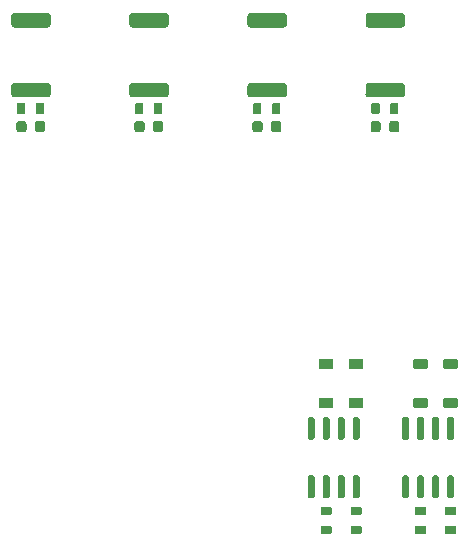
<source format=gbp>
G04 #@! TF.GenerationSoftware,KiCad,Pcbnew,8.0.9-8.0.9-0~ubuntu24.04.1*
G04 #@! TF.CreationDate,2025-06-27T12:52:10+00:00*
G04 #@! TF.ProjectId,EP91Starlet,45503931-5374-4617-926c-65742e6b6963,rev?*
G04 #@! TF.SameCoordinates,Original*
G04 #@! TF.FileFunction,Paste,Bot*
G04 #@! TF.FilePolarity,Positive*
%FSLAX46Y46*%
G04 Gerber Fmt 4.6, Leading zero omitted, Abs format (unit mm)*
G04 Created by KiCad (PCBNEW 8.0.9-8.0.9-0~ubuntu24.04.1) date 2025-06-27 12:52:10*
%MOMM*%
%LPD*%
G01*
G04 APERTURE LIST*
G04 APERTURE END LIST*
G04 #@! TO.C,F2*
G36*
G01*
X64443500Y54693250D02*
X64443500Y54180750D01*
G75*
G02*
X64224750Y53962000I-218750J0D01*
G01*
X63787250Y53962000D01*
G75*
G02*
X63568500Y54180750I0J218750D01*
G01*
X63568500Y54693250D01*
G75*
G02*
X63787250Y54912000I218750J0D01*
G01*
X64224750Y54912000D01*
G75*
G02*
X64443500Y54693250I0J-218750D01*
G01*
G37*
G36*
G01*
X62868500Y54693250D02*
X62868500Y54180750D01*
G75*
G02*
X62649750Y53962000I-218750J0D01*
G01*
X62212250Y53962000D01*
G75*
G02*
X61993500Y54180750I0J218750D01*
G01*
X61993500Y54693250D01*
G75*
G02*
X62212250Y54912000I218750J0D01*
G01*
X62649750Y54912000D01*
G75*
G02*
X62868500Y54693250I0J-218750D01*
G01*
G37*
G04 #@! TD*
G04 #@! TO.C,R13*
G36*
G01*
X72056000Y55571000D02*
X72056000Y56351000D01*
G75*
G02*
X72126000Y56421000I70000J0D01*
G01*
X72686000Y56421000D01*
G75*
G02*
X72756000Y56351000I0J-70000D01*
G01*
X72756000Y55571000D01*
G75*
G02*
X72686000Y55501000I-70000J0D01*
G01*
X72126000Y55501000D01*
G75*
G02*
X72056000Y55571000I0J70000D01*
G01*
G37*
G36*
G01*
X73656000Y55571000D02*
X73656000Y56351000D01*
G75*
G02*
X73726000Y56421000I70000J0D01*
G01*
X74286000Y56421000D01*
G75*
G02*
X74356000Y56351000I0J-70000D01*
G01*
X74356000Y55571000D01*
G75*
G02*
X74286000Y55501000I-70000J0D01*
G01*
X73726000Y55501000D01*
G75*
G02*
X73656000Y55571000I0J70000D01*
G01*
G37*
G04 #@! TD*
G04 #@! TO.C,R14*
G36*
G01*
X82056000Y55571000D02*
X82056000Y56351000D01*
G75*
G02*
X82126000Y56421000I70000J0D01*
G01*
X82686000Y56421000D01*
G75*
G02*
X82756000Y56351000I0J-70000D01*
G01*
X82756000Y55571000D01*
G75*
G02*
X82686000Y55501000I-70000J0D01*
G01*
X82126000Y55501000D01*
G75*
G02*
X82056000Y55571000I0J70000D01*
G01*
G37*
G36*
G01*
X83656000Y55571000D02*
X83656000Y56351000D01*
G75*
G02*
X83726000Y56421000I70000J0D01*
G01*
X84286000Y56421000D01*
G75*
G02*
X84356000Y56351000I0J-70000D01*
G01*
X84356000Y55571000D01*
G75*
G02*
X84286000Y55501000I-70000J0D01*
G01*
X83726000Y55501000D01*
G75*
G02*
X83656000Y55571000I0J70000D01*
G01*
G37*
G04 #@! TD*
G04 #@! TO.C,R9*
G36*
G01*
X52056000Y55571000D02*
X52056000Y56351000D01*
G75*
G02*
X52126000Y56421000I70000J0D01*
G01*
X52686000Y56421000D01*
G75*
G02*
X52756000Y56351000I0J-70000D01*
G01*
X52756000Y55571000D01*
G75*
G02*
X52686000Y55501000I-70000J0D01*
G01*
X52126000Y55501000D01*
G75*
G02*
X52056000Y55571000I0J70000D01*
G01*
G37*
G36*
G01*
X53656000Y55571000D02*
X53656000Y56351000D01*
G75*
G02*
X53726000Y56421000I70000J0D01*
G01*
X54286000Y56421000D01*
G75*
G02*
X54356000Y56351000I0J-70000D01*
G01*
X54356000Y55571000D01*
G75*
G02*
X54286000Y55501000I-70000J0D01*
G01*
X53726000Y55501000D01*
G75*
G02*
X53656000Y55571000I0J70000D01*
G01*
G37*
G04 #@! TD*
G04 #@! TO.C,F3*
G36*
G01*
X74443500Y54693250D02*
X74443500Y54180750D01*
G75*
G02*
X74224750Y53962000I-218750J0D01*
G01*
X73787250Y53962000D01*
G75*
G02*
X73568500Y54180750I0J218750D01*
G01*
X73568500Y54693250D01*
G75*
G02*
X73787250Y54912000I218750J0D01*
G01*
X74224750Y54912000D01*
G75*
G02*
X74443500Y54693250I0J-218750D01*
G01*
G37*
G36*
G01*
X72868500Y54693250D02*
X72868500Y54180750D01*
G75*
G02*
X72649750Y53962000I-218750J0D01*
G01*
X72212250Y53962000D01*
G75*
G02*
X71993500Y54180750I0J218750D01*
G01*
X71993500Y54693250D01*
G75*
G02*
X72212250Y54912000I218750J0D01*
G01*
X72649750Y54912000D01*
G75*
G02*
X72868500Y54693250I0J-218750D01*
G01*
G37*
G04 #@! TD*
G04 #@! TO.C,R5*
G36*
G01*
X78622000Y19948000D02*
X77842000Y19948000D01*
G75*
G02*
X77772000Y20018000I0J70000D01*
G01*
X77772000Y20578000D01*
G75*
G02*
X77842000Y20648000I70000J0D01*
G01*
X78622000Y20648000D01*
G75*
G02*
X78692000Y20578000I0J-70000D01*
G01*
X78692000Y20018000D01*
G75*
G02*
X78622000Y19948000I-70000J0D01*
G01*
G37*
G36*
G01*
X78622000Y21548000D02*
X77842000Y21548000D01*
G75*
G02*
X77772000Y21618000I0J70000D01*
G01*
X77772000Y22178000D01*
G75*
G02*
X77842000Y22248000I70000J0D01*
G01*
X78622000Y22248000D01*
G75*
G02*
X78692000Y22178000I0J-70000D01*
G01*
X78692000Y21618000D01*
G75*
G02*
X78622000Y21548000I-70000J0D01*
G01*
G37*
G04 #@! TD*
G04 #@! TO.C,R6*
G36*
G01*
X81162000Y19948000D02*
X80382000Y19948000D01*
G75*
G02*
X80312000Y20018000I0J70000D01*
G01*
X80312000Y20578000D01*
G75*
G02*
X80382000Y20648000I70000J0D01*
G01*
X81162000Y20648000D01*
G75*
G02*
X81232000Y20578000I0J-70000D01*
G01*
X81232000Y20018000D01*
G75*
G02*
X81162000Y19948000I-70000J0D01*
G01*
G37*
G36*
G01*
X81162000Y21548000D02*
X80382000Y21548000D01*
G75*
G02*
X80312000Y21618000I0J70000D01*
G01*
X80312000Y22178000D01*
G75*
G02*
X80382000Y22248000I70000J0D01*
G01*
X81162000Y22248000D01*
G75*
G02*
X81232000Y22178000I0J-70000D01*
G01*
X81232000Y21618000D01*
G75*
G02*
X81162000Y21548000I-70000J0D01*
G01*
G37*
G04 #@! TD*
G04 #@! TO.C,F1*
G36*
G01*
X54443500Y54693250D02*
X54443500Y54180750D01*
G75*
G02*
X54224750Y53962000I-218750J0D01*
G01*
X53787250Y53962000D01*
G75*
G02*
X53568500Y54180750I0J218750D01*
G01*
X53568500Y54693250D01*
G75*
G02*
X53787250Y54912000I218750J0D01*
G01*
X54224750Y54912000D01*
G75*
G02*
X54443500Y54693250I0J-218750D01*
G01*
G37*
G36*
G01*
X52868500Y54693250D02*
X52868500Y54180750D01*
G75*
G02*
X52649750Y53962000I-218750J0D01*
G01*
X52212250Y53962000D01*
G75*
G02*
X51993500Y54180750I0J218750D01*
G01*
X51993500Y54693250D01*
G75*
G02*
X52212250Y54912000I218750J0D01*
G01*
X52649750Y54912000D01*
G75*
G02*
X52868500Y54693250I0J-218750D01*
G01*
G37*
G04 #@! TD*
G04 #@! TO.C,R15*
G36*
G01*
X74670000Y56902500D02*
X71820000Y56902500D01*
G75*
G02*
X71570000Y57152500I0J250000D01*
G01*
X71570000Y57877500D01*
G75*
G02*
X71820000Y58127500I250000J0D01*
G01*
X74670000Y58127500D01*
G75*
G02*
X74920000Y57877500I0J-250000D01*
G01*
X74920000Y57152500D01*
G75*
G02*
X74670000Y56902500I-250000J0D01*
G01*
G37*
G36*
G01*
X74670000Y62827500D02*
X71820000Y62827500D01*
G75*
G02*
X71570000Y63077500I0J250000D01*
G01*
X71570000Y63802500D01*
G75*
G02*
X71820000Y64052500I250000J0D01*
G01*
X74670000Y64052500D01*
G75*
G02*
X74920000Y63802500I0J-250000D01*
G01*
X74920000Y63077500D01*
G75*
G02*
X74670000Y62827500I-250000J0D01*
G01*
G37*
G04 #@! TD*
G04 #@! TO.C,R8*
G36*
G01*
X89162000Y19948000D02*
X88382000Y19948000D01*
G75*
G02*
X88312000Y20018000I0J70000D01*
G01*
X88312000Y20578000D01*
G75*
G02*
X88382000Y20648000I70000J0D01*
G01*
X89162000Y20648000D01*
G75*
G02*
X89232000Y20578000I0J-70000D01*
G01*
X89232000Y20018000D01*
G75*
G02*
X89162000Y19948000I-70000J0D01*
G01*
G37*
G36*
G01*
X89162000Y21548000D02*
X88382000Y21548000D01*
G75*
G02*
X88312000Y21618000I0J70000D01*
G01*
X88312000Y22178000D01*
G75*
G02*
X88382000Y22248000I70000J0D01*
G01*
X89162000Y22248000D01*
G75*
G02*
X89232000Y22178000I0J-70000D01*
G01*
X89232000Y21618000D01*
G75*
G02*
X89162000Y21548000I-70000J0D01*
G01*
G37*
G04 #@! TD*
G04 #@! TO.C,R12*
G36*
G01*
X64670000Y56902500D02*
X61820000Y56902500D01*
G75*
G02*
X61570000Y57152500I0J250000D01*
G01*
X61570000Y57877500D01*
G75*
G02*
X61820000Y58127500I250000J0D01*
G01*
X64670000Y58127500D01*
G75*
G02*
X64920000Y57877500I0J-250000D01*
G01*
X64920000Y57152500D01*
G75*
G02*
X64670000Y56902500I-250000J0D01*
G01*
G37*
G36*
G01*
X64670000Y62827500D02*
X61820000Y62827500D01*
G75*
G02*
X61570000Y63077500I0J250000D01*
G01*
X61570000Y63802500D01*
G75*
G02*
X61820000Y64052500I250000J0D01*
G01*
X64670000Y64052500D01*
G75*
G02*
X64920000Y63802500I0J-250000D01*
G01*
X64920000Y63077500D01*
G75*
G02*
X64670000Y62827500I-250000J0D01*
G01*
G37*
G04 #@! TD*
G04 #@! TO.C,R16*
G36*
G01*
X84670000Y56902500D02*
X81820000Y56902500D01*
G75*
G02*
X81570000Y57152500I0J250000D01*
G01*
X81570000Y57877500D01*
G75*
G02*
X81820000Y58127500I250000J0D01*
G01*
X84670000Y58127500D01*
G75*
G02*
X84920000Y57877500I0J-250000D01*
G01*
X84920000Y57152500D01*
G75*
G02*
X84670000Y56902500I-250000J0D01*
G01*
G37*
G36*
G01*
X84670000Y62827500D02*
X81820000Y62827500D01*
G75*
G02*
X81570000Y63077500I0J250000D01*
G01*
X81570000Y63802500D01*
G75*
G02*
X81820000Y64052500I250000J0D01*
G01*
X84670000Y64052500D01*
G75*
G02*
X84920000Y63802500I0J-250000D01*
G01*
X84920000Y63077500D01*
G75*
G02*
X84670000Y62827500I-250000J0D01*
G01*
G37*
G04 #@! TD*
G04 #@! TO.C,R10*
G36*
G01*
X62056000Y55571000D02*
X62056000Y56351000D01*
G75*
G02*
X62126000Y56421000I70000J0D01*
G01*
X62686000Y56421000D01*
G75*
G02*
X62756000Y56351000I0J-70000D01*
G01*
X62756000Y55571000D01*
G75*
G02*
X62686000Y55501000I-70000J0D01*
G01*
X62126000Y55501000D01*
G75*
G02*
X62056000Y55571000I0J70000D01*
G01*
G37*
G36*
G01*
X63656000Y55571000D02*
X63656000Y56351000D01*
G75*
G02*
X63726000Y56421000I70000J0D01*
G01*
X64286000Y56421000D01*
G75*
G02*
X64356000Y56351000I0J-70000D01*
G01*
X64356000Y55571000D01*
G75*
G02*
X64286000Y55501000I-70000J0D01*
G01*
X63726000Y55501000D01*
G75*
G02*
X63656000Y55571000I0J70000D01*
G01*
G37*
G04 #@! TD*
G04 #@! TO.C,D2*
G36*
G01*
X77722000Y34792000D02*
X78742000Y34792000D01*
G75*
G02*
X78832000Y34702000I0J-90000D01*
G01*
X78832000Y33982000D01*
G75*
G02*
X78742000Y33892000I-90000J0D01*
G01*
X77722000Y33892000D01*
G75*
G02*
X77632000Y33982000I0J90000D01*
G01*
X77632000Y34702000D01*
G75*
G02*
X77722000Y34792000I90000J0D01*
G01*
G37*
G36*
G01*
X77722000Y31492000D02*
X78742000Y31492000D01*
G75*
G02*
X78832000Y31402000I0J-90000D01*
G01*
X78832000Y30682000D01*
G75*
G02*
X78742000Y30592000I-90000J0D01*
G01*
X77722000Y30592000D01*
G75*
G02*
X77632000Y30682000I0J90000D01*
G01*
X77632000Y31402000D01*
G75*
G02*
X77722000Y31492000I90000J0D01*
G01*
G37*
G04 #@! TD*
G04 #@! TO.C,F4*
G36*
G01*
X84443500Y54693250D02*
X84443500Y54180750D01*
G75*
G02*
X84224750Y53962000I-218750J0D01*
G01*
X83787250Y53962000D01*
G75*
G02*
X83568500Y54180750I0J218750D01*
G01*
X83568500Y54693250D01*
G75*
G02*
X83787250Y54912000I218750J0D01*
G01*
X84224750Y54912000D01*
G75*
G02*
X84443500Y54693250I0J-218750D01*
G01*
G37*
G36*
G01*
X82868500Y54693250D02*
X82868500Y54180750D01*
G75*
G02*
X82649750Y53962000I-218750J0D01*
G01*
X82212250Y53962000D01*
G75*
G02*
X81993500Y54180750I0J218750D01*
G01*
X81993500Y54693250D01*
G75*
G02*
X82212250Y54912000I218750J0D01*
G01*
X82649750Y54912000D01*
G75*
G02*
X82868500Y54693250I0J-218750D01*
G01*
G37*
G04 #@! TD*
G04 #@! TO.C,D3*
G36*
G01*
X88262000Y34792000D02*
X89282000Y34792000D01*
G75*
G02*
X89372000Y34702000I0J-90000D01*
G01*
X89372000Y33982000D01*
G75*
G02*
X89282000Y33892000I-90000J0D01*
G01*
X88262000Y33892000D01*
G75*
G02*
X88172000Y33982000I0J90000D01*
G01*
X88172000Y34702000D01*
G75*
G02*
X88262000Y34792000I90000J0D01*
G01*
G37*
G36*
G01*
X88262000Y31492000D02*
X89282000Y31492000D01*
G75*
G02*
X89372000Y31402000I0J-90000D01*
G01*
X89372000Y30682000D01*
G75*
G02*
X89282000Y30592000I-90000J0D01*
G01*
X88262000Y30592000D01*
G75*
G02*
X88172000Y30682000I0J90000D01*
G01*
X88172000Y31402000D01*
G75*
G02*
X88262000Y31492000I90000J0D01*
G01*
G37*
G04 #@! TD*
G04 #@! TO.C,D1*
G36*
G01*
X80262000Y34792000D02*
X81282000Y34792000D01*
G75*
G02*
X81372000Y34702000I0J-90000D01*
G01*
X81372000Y33982000D01*
G75*
G02*
X81282000Y33892000I-90000J0D01*
G01*
X80262000Y33892000D01*
G75*
G02*
X80172000Y33982000I0J90000D01*
G01*
X80172000Y34702000D01*
G75*
G02*
X80262000Y34792000I90000J0D01*
G01*
G37*
G36*
G01*
X80262000Y31492000D02*
X81282000Y31492000D01*
G75*
G02*
X81372000Y31402000I0J-90000D01*
G01*
X81372000Y30682000D01*
G75*
G02*
X81282000Y30592000I-90000J0D01*
G01*
X80262000Y30592000D01*
G75*
G02*
X80172000Y30682000I0J90000D01*
G01*
X80172000Y31402000D01*
G75*
G02*
X80262000Y31492000I90000J0D01*
G01*
G37*
G04 #@! TD*
G04 #@! TO.C,U5*
G36*
G01*
X88922000Y22955000D02*
X88622000Y22955000D01*
G75*
G02*
X88472000Y23105000I0J150000D01*
G01*
X88472000Y24755000D01*
G75*
G02*
X88622000Y24905000I150000J0D01*
G01*
X88922000Y24905000D01*
G75*
G02*
X89072000Y24755000I0J-150000D01*
G01*
X89072000Y23105000D01*
G75*
G02*
X88922000Y22955000I-150000J0D01*
G01*
G37*
G36*
G01*
X87652000Y22955000D02*
X87352000Y22955000D01*
G75*
G02*
X87202000Y23105000I0J150000D01*
G01*
X87202000Y24755000D01*
G75*
G02*
X87352000Y24905000I150000J0D01*
G01*
X87652000Y24905000D01*
G75*
G02*
X87802000Y24755000I0J-150000D01*
G01*
X87802000Y23105000D01*
G75*
G02*
X87652000Y22955000I-150000J0D01*
G01*
G37*
G36*
G01*
X86382000Y22955000D02*
X86082000Y22955000D01*
G75*
G02*
X85932000Y23105000I0J150000D01*
G01*
X85932000Y24755000D01*
G75*
G02*
X86082000Y24905000I150000J0D01*
G01*
X86382000Y24905000D01*
G75*
G02*
X86532000Y24755000I0J-150000D01*
G01*
X86532000Y23105000D01*
G75*
G02*
X86382000Y22955000I-150000J0D01*
G01*
G37*
G36*
G01*
X85112000Y22955000D02*
X84812000Y22955000D01*
G75*
G02*
X84662000Y23105000I0J150000D01*
G01*
X84662000Y24755000D01*
G75*
G02*
X84812000Y24905000I150000J0D01*
G01*
X85112000Y24905000D01*
G75*
G02*
X85262000Y24755000I0J-150000D01*
G01*
X85262000Y23105000D01*
G75*
G02*
X85112000Y22955000I-150000J0D01*
G01*
G37*
G36*
G01*
X85112000Y27905000D02*
X84812000Y27905000D01*
G75*
G02*
X84662000Y28055000I0J150000D01*
G01*
X84662000Y29705000D01*
G75*
G02*
X84812000Y29855000I150000J0D01*
G01*
X85112000Y29855000D01*
G75*
G02*
X85262000Y29705000I0J-150000D01*
G01*
X85262000Y28055000D01*
G75*
G02*
X85112000Y27905000I-150000J0D01*
G01*
G37*
G36*
G01*
X86382000Y27905000D02*
X86082000Y27905000D01*
G75*
G02*
X85932000Y28055000I0J150000D01*
G01*
X85932000Y29705000D01*
G75*
G02*
X86082000Y29855000I150000J0D01*
G01*
X86382000Y29855000D01*
G75*
G02*
X86532000Y29705000I0J-150000D01*
G01*
X86532000Y28055000D01*
G75*
G02*
X86382000Y27905000I-150000J0D01*
G01*
G37*
G36*
G01*
X87652000Y27905000D02*
X87352000Y27905000D01*
G75*
G02*
X87202000Y28055000I0J150000D01*
G01*
X87202000Y29705000D01*
G75*
G02*
X87352000Y29855000I150000J0D01*
G01*
X87652000Y29855000D01*
G75*
G02*
X87802000Y29705000I0J-150000D01*
G01*
X87802000Y28055000D01*
G75*
G02*
X87652000Y27905000I-150000J0D01*
G01*
G37*
G36*
G01*
X88922000Y27905000D02*
X88622000Y27905000D01*
G75*
G02*
X88472000Y28055000I0J150000D01*
G01*
X88472000Y29705000D01*
G75*
G02*
X88622000Y29855000I150000J0D01*
G01*
X88922000Y29855000D01*
G75*
G02*
X89072000Y29705000I0J-150000D01*
G01*
X89072000Y28055000D01*
G75*
G02*
X88922000Y27905000I-150000J0D01*
G01*
G37*
G04 #@! TD*
G04 #@! TO.C,R7*
G36*
G01*
X86622000Y19948000D02*
X85842000Y19948000D01*
G75*
G02*
X85772000Y20018000I0J70000D01*
G01*
X85772000Y20578000D01*
G75*
G02*
X85842000Y20648000I70000J0D01*
G01*
X86622000Y20648000D01*
G75*
G02*
X86692000Y20578000I0J-70000D01*
G01*
X86692000Y20018000D01*
G75*
G02*
X86622000Y19948000I-70000J0D01*
G01*
G37*
G36*
G01*
X86622000Y21548000D02*
X85842000Y21548000D01*
G75*
G02*
X85772000Y21618000I0J70000D01*
G01*
X85772000Y22178000D01*
G75*
G02*
X85842000Y22248000I70000J0D01*
G01*
X86622000Y22248000D01*
G75*
G02*
X86692000Y22178000I0J-70000D01*
G01*
X86692000Y21618000D01*
G75*
G02*
X86622000Y21548000I-70000J0D01*
G01*
G37*
G04 #@! TD*
G04 #@! TO.C,R11*
G36*
G01*
X54670000Y56902500D02*
X51820000Y56902500D01*
G75*
G02*
X51570000Y57152500I0J250000D01*
G01*
X51570000Y57877500D01*
G75*
G02*
X51820000Y58127500I250000J0D01*
G01*
X54670000Y58127500D01*
G75*
G02*
X54920000Y57877500I0J-250000D01*
G01*
X54920000Y57152500D01*
G75*
G02*
X54670000Y56902500I-250000J0D01*
G01*
G37*
G36*
G01*
X54670000Y62827500D02*
X51820000Y62827500D01*
G75*
G02*
X51570000Y63077500I0J250000D01*
G01*
X51570000Y63802500D01*
G75*
G02*
X51820000Y64052500I250000J0D01*
G01*
X54670000Y64052500D01*
G75*
G02*
X54920000Y63802500I0J-250000D01*
G01*
X54920000Y63077500D01*
G75*
G02*
X54670000Y62827500I-250000J0D01*
G01*
G37*
G04 #@! TD*
G04 #@! TO.C,U4*
G36*
G01*
X80922000Y22955000D02*
X80622000Y22955000D01*
G75*
G02*
X80472000Y23105000I0J150000D01*
G01*
X80472000Y24755000D01*
G75*
G02*
X80622000Y24905000I150000J0D01*
G01*
X80922000Y24905000D01*
G75*
G02*
X81072000Y24755000I0J-150000D01*
G01*
X81072000Y23105000D01*
G75*
G02*
X80922000Y22955000I-150000J0D01*
G01*
G37*
G36*
G01*
X79652000Y22955000D02*
X79352000Y22955000D01*
G75*
G02*
X79202000Y23105000I0J150000D01*
G01*
X79202000Y24755000D01*
G75*
G02*
X79352000Y24905000I150000J0D01*
G01*
X79652000Y24905000D01*
G75*
G02*
X79802000Y24755000I0J-150000D01*
G01*
X79802000Y23105000D01*
G75*
G02*
X79652000Y22955000I-150000J0D01*
G01*
G37*
G36*
G01*
X78382000Y22955000D02*
X78082000Y22955000D01*
G75*
G02*
X77932000Y23105000I0J150000D01*
G01*
X77932000Y24755000D01*
G75*
G02*
X78082000Y24905000I150000J0D01*
G01*
X78382000Y24905000D01*
G75*
G02*
X78532000Y24755000I0J-150000D01*
G01*
X78532000Y23105000D01*
G75*
G02*
X78382000Y22955000I-150000J0D01*
G01*
G37*
G36*
G01*
X77112000Y22955000D02*
X76812000Y22955000D01*
G75*
G02*
X76662000Y23105000I0J150000D01*
G01*
X76662000Y24755000D01*
G75*
G02*
X76812000Y24905000I150000J0D01*
G01*
X77112000Y24905000D01*
G75*
G02*
X77262000Y24755000I0J-150000D01*
G01*
X77262000Y23105000D01*
G75*
G02*
X77112000Y22955000I-150000J0D01*
G01*
G37*
G36*
G01*
X77112000Y27905000D02*
X76812000Y27905000D01*
G75*
G02*
X76662000Y28055000I0J150000D01*
G01*
X76662000Y29705000D01*
G75*
G02*
X76812000Y29855000I150000J0D01*
G01*
X77112000Y29855000D01*
G75*
G02*
X77262000Y29705000I0J-150000D01*
G01*
X77262000Y28055000D01*
G75*
G02*
X77112000Y27905000I-150000J0D01*
G01*
G37*
G36*
G01*
X78382000Y27905000D02*
X78082000Y27905000D01*
G75*
G02*
X77932000Y28055000I0J150000D01*
G01*
X77932000Y29705000D01*
G75*
G02*
X78082000Y29855000I150000J0D01*
G01*
X78382000Y29855000D01*
G75*
G02*
X78532000Y29705000I0J-150000D01*
G01*
X78532000Y28055000D01*
G75*
G02*
X78382000Y27905000I-150000J0D01*
G01*
G37*
G36*
G01*
X79652000Y27905000D02*
X79352000Y27905000D01*
G75*
G02*
X79202000Y28055000I0J150000D01*
G01*
X79202000Y29705000D01*
G75*
G02*
X79352000Y29855000I150000J0D01*
G01*
X79652000Y29855000D01*
G75*
G02*
X79802000Y29705000I0J-150000D01*
G01*
X79802000Y28055000D01*
G75*
G02*
X79652000Y27905000I-150000J0D01*
G01*
G37*
G36*
G01*
X80922000Y27905000D02*
X80622000Y27905000D01*
G75*
G02*
X80472000Y28055000I0J150000D01*
G01*
X80472000Y29705000D01*
G75*
G02*
X80622000Y29855000I150000J0D01*
G01*
X80922000Y29855000D01*
G75*
G02*
X81072000Y29705000I0J-150000D01*
G01*
X81072000Y28055000D01*
G75*
G02*
X80922000Y27905000I-150000J0D01*
G01*
G37*
G04 #@! TD*
G04 #@! TO.C,D4*
G36*
G01*
X85722000Y34792000D02*
X86742000Y34792000D01*
G75*
G02*
X86832000Y34702000I0J-90000D01*
G01*
X86832000Y33982000D01*
G75*
G02*
X86742000Y33892000I-90000J0D01*
G01*
X85722000Y33892000D01*
G75*
G02*
X85632000Y33982000I0J90000D01*
G01*
X85632000Y34702000D01*
G75*
G02*
X85722000Y34792000I90000J0D01*
G01*
G37*
G36*
G01*
X85722000Y31492000D02*
X86742000Y31492000D01*
G75*
G02*
X86832000Y31402000I0J-90000D01*
G01*
X86832000Y30682000D01*
G75*
G02*
X86742000Y30592000I-90000J0D01*
G01*
X85722000Y30592000D01*
G75*
G02*
X85632000Y30682000I0J90000D01*
G01*
X85632000Y31402000D01*
G75*
G02*
X85722000Y31492000I90000J0D01*
G01*
G37*
G04 #@! TD*
M02*

</source>
